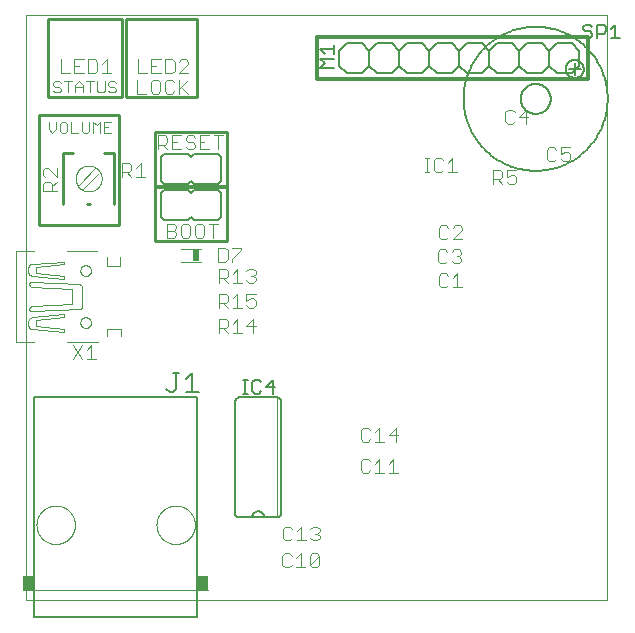
<source format=gto>
G75*
%MOIN*%
%OFA0B0*%
%FSLAX25Y25*%
%IPPOS*%
%LPD*%
%AMOC8*
5,1,8,0,0,1.08239X$1,22.5*
%
%ADD10C,0.00000*%
%ADD11C,0.01200*%
%ADD12C,0.00300*%
%ADD13C,0.00400*%
%ADD14C,0.01000*%
%ADD15R,0.02362X0.04331*%
%ADD16C,0.00600*%
%ADD17C,0.00200*%
%ADD18C,0.00500*%
%ADD19C,0.00800*%
%ADD20C,0.00039*%
%ADD21R,0.03642X0.04500*%
D10*
X0031644Y0065933D02*
X0031644Y0260894D01*
X0225345Y0260894D01*
X0225345Y0065933D01*
X0031644Y0065933D01*
X0035244Y0090933D02*
X0035246Y0091093D01*
X0035252Y0091252D01*
X0035262Y0091411D01*
X0035276Y0091570D01*
X0035294Y0091729D01*
X0035315Y0091887D01*
X0035341Y0092044D01*
X0035371Y0092201D01*
X0035404Y0092357D01*
X0035442Y0092512D01*
X0035483Y0092666D01*
X0035528Y0092819D01*
X0035577Y0092971D01*
X0035630Y0093122D01*
X0035686Y0093271D01*
X0035747Y0093419D01*
X0035810Y0093565D01*
X0035878Y0093710D01*
X0035949Y0093853D01*
X0036023Y0093994D01*
X0036101Y0094133D01*
X0036183Y0094270D01*
X0036268Y0094405D01*
X0036356Y0094538D01*
X0036448Y0094669D01*
X0036542Y0094797D01*
X0036640Y0094923D01*
X0036741Y0095047D01*
X0036845Y0095168D01*
X0036952Y0095286D01*
X0037062Y0095402D01*
X0037175Y0095515D01*
X0037291Y0095625D01*
X0037409Y0095732D01*
X0037530Y0095836D01*
X0037654Y0095937D01*
X0037780Y0096035D01*
X0037908Y0096129D01*
X0038039Y0096221D01*
X0038172Y0096309D01*
X0038307Y0096394D01*
X0038444Y0096476D01*
X0038583Y0096554D01*
X0038724Y0096628D01*
X0038867Y0096699D01*
X0039012Y0096767D01*
X0039158Y0096830D01*
X0039306Y0096891D01*
X0039455Y0096947D01*
X0039606Y0097000D01*
X0039758Y0097049D01*
X0039911Y0097094D01*
X0040065Y0097135D01*
X0040220Y0097173D01*
X0040376Y0097206D01*
X0040533Y0097236D01*
X0040690Y0097262D01*
X0040848Y0097283D01*
X0041007Y0097301D01*
X0041166Y0097315D01*
X0041325Y0097325D01*
X0041484Y0097331D01*
X0041644Y0097333D01*
X0041804Y0097331D01*
X0041963Y0097325D01*
X0042122Y0097315D01*
X0042281Y0097301D01*
X0042440Y0097283D01*
X0042598Y0097262D01*
X0042755Y0097236D01*
X0042912Y0097206D01*
X0043068Y0097173D01*
X0043223Y0097135D01*
X0043377Y0097094D01*
X0043530Y0097049D01*
X0043682Y0097000D01*
X0043833Y0096947D01*
X0043982Y0096891D01*
X0044130Y0096830D01*
X0044276Y0096767D01*
X0044421Y0096699D01*
X0044564Y0096628D01*
X0044705Y0096554D01*
X0044844Y0096476D01*
X0044981Y0096394D01*
X0045116Y0096309D01*
X0045249Y0096221D01*
X0045380Y0096129D01*
X0045508Y0096035D01*
X0045634Y0095937D01*
X0045758Y0095836D01*
X0045879Y0095732D01*
X0045997Y0095625D01*
X0046113Y0095515D01*
X0046226Y0095402D01*
X0046336Y0095286D01*
X0046443Y0095168D01*
X0046547Y0095047D01*
X0046648Y0094923D01*
X0046746Y0094797D01*
X0046840Y0094669D01*
X0046932Y0094538D01*
X0047020Y0094405D01*
X0047105Y0094270D01*
X0047187Y0094133D01*
X0047265Y0093994D01*
X0047339Y0093853D01*
X0047410Y0093710D01*
X0047478Y0093565D01*
X0047541Y0093419D01*
X0047602Y0093271D01*
X0047658Y0093122D01*
X0047711Y0092971D01*
X0047760Y0092819D01*
X0047805Y0092666D01*
X0047846Y0092512D01*
X0047884Y0092357D01*
X0047917Y0092201D01*
X0047947Y0092044D01*
X0047973Y0091887D01*
X0047994Y0091729D01*
X0048012Y0091570D01*
X0048026Y0091411D01*
X0048036Y0091252D01*
X0048042Y0091093D01*
X0048044Y0090933D01*
X0048042Y0090773D01*
X0048036Y0090614D01*
X0048026Y0090455D01*
X0048012Y0090296D01*
X0047994Y0090137D01*
X0047973Y0089979D01*
X0047947Y0089822D01*
X0047917Y0089665D01*
X0047884Y0089509D01*
X0047846Y0089354D01*
X0047805Y0089200D01*
X0047760Y0089047D01*
X0047711Y0088895D01*
X0047658Y0088744D01*
X0047602Y0088595D01*
X0047541Y0088447D01*
X0047478Y0088301D01*
X0047410Y0088156D01*
X0047339Y0088013D01*
X0047265Y0087872D01*
X0047187Y0087733D01*
X0047105Y0087596D01*
X0047020Y0087461D01*
X0046932Y0087328D01*
X0046840Y0087197D01*
X0046746Y0087069D01*
X0046648Y0086943D01*
X0046547Y0086819D01*
X0046443Y0086698D01*
X0046336Y0086580D01*
X0046226Y0086464D01*
X0046113Y0086351D01*
X0045997Y0086241D01*
X0045879Y0086134D01*
X0045758Y0086030D01*
X0045634Y0085929D01*
X0045508Y0085831D01*
X0045380Y0085737D01*
X0045249Y0085645D01*
X0045116Y0085557D01*
X0044981Y0085472D01*
X0044844Y0085390D01*
X0044705Y0085312D01*
X0044564Y0085238D01*
X0044421Y0085167D01*
X0044276Y0085099D01*
X0044130Y0085036D01*
X0043982Y0084975D01*
X0043833Y0084919D01*
X0043682Y0084866D01*
X0043530Y0084817D01*
X0043377Y0084772D01*
X0043223Y0084731D01*
X0043068Y0084693D01*
X0042912Y0084660D01*
X0042755Y0084630D01*
X0042598Y0084604D01*
X0042440Y0084583D01*
X0042281Y0084565D01*
X0042122Y0084551D01*
X0041963Y0084541D01*
X0041804Y0084535D01*
X0041644Y0084533D01*
X0041484Y0084535D01*
X0041325Y0084541D01*
X0041166Y0084551D01*
X0041007Y0084565D01*
X0040848Y0084583D01*
X0040690Y0084604D01*
X0040533Y0084630D01*
X0040376Y0084660D01*
X0040220Y0084693D01*
X0040065Y0084731D01*
X0039911Y0084772D01*
X0039758Y0084817D01*
X0039606Y0084866D01*
X0039455Y0084919D01*
X0039306Y0084975D01*
X0039158Y0085036D01*
X0039012Y0085099D01*
X0038867Y0085167D01*
X0038724Y0085238D01*
X0038583Y0085312D01*
X0038444Y0085390D01*
X0038307Y0085472D01*
X0038172Y0085557D01*
X0038039Y0085645D01*
X0037908Y0085737D01*
X0037780Y0085831D01*
X0037654Y0085929D01*
X0037530Y0086030D01*
X0037409Y0086134D01*
X0037291Y0086241D01*
X0037175Y0086351D01*
X0037062Y0086464D01*
X0036952Y0086580D01*
X0036845Y0086698D01*
X0036741Y0086819D01*
X0036640Y0086943D01*
X0036542Y0087069D01*
X0036448Y0087197D01*
X0036356Y0087328D01*
X0036268Y0087461D01*
X0036183Y0087596D01*
X0036101Y0087733D01*
X0036023Y0087872D01*
X0035949Y0088013D01*
X0035878Y0088156D01*
X0035810Y0088301D01*
X0035747Y0088447D01*
X0035686Y0088595D01*
X0035630Y0088744D01*
X0035577Y0088895D01*
X0035528Y0089047D01*
X0035483Y0089200D01*
X0035442Y0089354D01*
X0035404Y0089509D01*
X0035371Y0089665D01*
X0035341Y0089822D01*
X0035315Y0089979D01*
X0035294Y0090137D01*
X0035276Y0090296D01*
X0035262Y0090455D01*
X0035252Y0090614D01*
X0035246Y0090773D01*
X0035244Y0090933D01*
X0075244Y0090933D02*
X0075246Y0091093D01*
X0075252Y0091252D01*
X0075262Y0091411D01*
X0075276Y0091570D01*
X0075294Y0091729D01*
X0075315Y0091887D01*
X0075341Y0092044D01*
X0075371Y0092201D01*
X0075404Y0092357D01*
X0075442Y0092512D01*
X0075483Y0092666D01*
X0075528Y0092819D01*
X0075577Y0092971D01*
X0075630Y0093122D01*
X0075686Y0093271D01*
X0075747Y0093419D01*
X0075810Y0093565D01*
X0075878Y0093710D01*
X0075949Y0093853D01*
X0076023Y0093994D01*
X0076101Y0094133D01*
X0076183Y0094270D01*
X0076268Y0094405D01*
X0076356Y0094538D01*
X0076448Y0094669D01*
X0076542Y0094797D01*
X0076640Y0094923D01*
X0076741Y0095047D01*
X0076845Y0095168D01*
X0076952Y0095286D01*
X0077062Y0095402D01*
X0077175Y0095515D01*
X0077291Y0095625D01*
X0077409Y0095732D01*
X0077530Y0095836D01*
X0077654Y0095937D01*
X0077780Y0096035D01*
X0077908Y0096129D01*
X0078039Y0096221D01*
X0078172Y0096309D01*
X0078307Y0096394D01*
X0078444Y0096476D01*
X0078583Y0096554D01*
X0078724Y0096628D01*
X0078867Y0096699D01*
X0079012Y0096767D01*
X0079158Y0096830D01*
X0079306Y0096891D01*
X0079455Y0096947D01*
X0079606Y0097000D01*
X0079758Y0097049D01*
X0079911Y0097094D01*
X0080065Y0097135D01*
X0080220Y0097173D01*
X0080376Y0097206D01*
X0080533Y0097236D01*
X0080690Y0097262D01*
X0080848Y0097283D01*
X0081007Y0097301D01*
X0081166Y0097315D01*
X0081325Y0097325D01*
X0081484Y0097331D01*
X0081644Y0097333D01*
X0081804Y0097331D01*
X0081963Y0097325D01*
X0082122Y0097315D01*
X0082281Y0097301D01*
X0082440Y0097283D01*
X0082598Y0097262D01*
X0082755Y0097236D01*
X0082912Y0097206D01*
X0083068Y0097173D01*
X0083223Y0097135D01*
X0083377Y0097094D01*
X0083530Y0097049D01*
X0083682Y0097000D01*
X0083833Y0096947D01*
X0083982Y0096891D01*
X0084130Y0096830D01*
X0084276Y0096767D01*
X0084421Y0096699D01*
X0084564Y0096628D01*
X0084705Y0096554D01*
X0084844Y0096476D01*
X0084981Y0096394D01*
X0085116Y0096309D01*
X0085249Y0096221D01*
X0085380Y0096129D01*
X0085508Y0096035D01*
X0085634Y0095937D01*
X0085758Y0095836D01*
X0085879Y0095732D01*
X0085997Y0095625D01*
X0086113Y0095515D01*
X0086226Y0095402D01*
X0086336Y0095286D01*
X0086443Y0095168D01*
X0086547Y0095047D01*
X0086648Y0094923D01*
X0086746Y0094797D01*
X0086840Y0094669D01*
X0086932Y0094538D01*
X0087020Y0094405D01*
X0087105Y0094270D01*
X0087187Y0094133D01*
X0087265Y0093994D01*
X0087339Y0093853D01*
X0087410Y0093710D01*
X0087478Y0093565D01*
X0087541Y0093419D01*
X0087602Y0093271D01*
X0087658Y0093122D01*
X0087711Y0092971D01*
X0087760Y0092819D01*
X0087805Y0092666D01*
X0087846Y0092512D01*
X0087884Y0092357D01*
X0087917Y0092201D01*
X0087947Y0092044D01*
X0087973Y0091887D01*
X0087994Y0091729D01*
X0088012Y0091570D01*
X0088026Y0091411D01*
X0088036Y0091252D01*
X0088042Y0091093D01*
X0088044Y0090933D01*
X0088042Y0090773D01*
X0088036Y0090614D01*
X0088026Y0090455D01*
X0088012Y0090296D01*
X0087994Y0090137D01*
X0087973Y0089979D01*
X0087947Y0089822D01*
X0087917Y0089665D01*
X0087884Y0089509D01*
X0087846Y0089354D01*
X0087805Y0089200D01*
X0087760Y0089047D01*
X0087711Y0088895D01*
X0087658Y0088744D01*
X0087602Y0088595D01*
X0087541Y0088447D01*
X0087478Y0088301D01*
X0087410Y0088156D01*
X0087339Y0088013D01*
X0087265Y0087872D01*
X0087187Y0087733D01*
X0087105Y0087596D01*
X0087020Y0087461D01*
X0086932Y0087328D01*
X0086840Y0087197D01*
X0086746Y0087069D01*
X0086648Y0086943D01*
X0086547Y0086819D01*
X0086443Y0086698D01*
X0086336Y0086580D01*
X0086226Y0086464D01*
X0086113Y0086351D01*
X0085997Y0086241D01*
X0085879Y0086134D01*
X0085758Y0086030D01*
X0085634Y0085929D01*
X0085508Y0085831D01*
X0085380Y0085737D01*
X0085249Y0085645D01*
X0085116Y0085557D01*
X0084981Y0085472D01*
X0084844Y0085390D01*
X0084705Y0085312D01*
X0084564Y0085238D01*
X0084421Y0085167D01*
X0084276Y0085099D01*
X0084130Y0085036D01*
X0083982Y0084975D01*
X0083833Y0084919D01*
X0083682Y0084866D01*
X0083530Y0084817D01*
X0083377Y0084772D01*
X0083223Y0084731D01*
X0083068Y0084693D01*
X0082912Y0084660D01*
X0082755Y0084630D01*
X0082598Y0084604D01*
X0082440Y0084583D01*
X0082281Y0084565D01*
X0082122Y0084551D01*
X0081963Y0084541D01*
X0081804Y0084535D01*
X0081644Y0084533D01*
X0081484Y0084535D01*
X0081325Y0084541D01*
X0081166Y0084551D01*
X0081007Y0084565D01*
X0080848Y0084583D01*
X0080690Y0084604D01*
X0080533Y0084630D01*
X0080376Y0084660D01*
X0080220Y0084693D01*
X0080065Y0084731D01*
X0079911Y0084772D01*
X0079758Y0084817D01*
X0079606Y0084866D01*
X0079455Y0084919D01*
X0079306Y0084975D01*
X0079158Y0085036D01*
X0079012Y0085099D01*
X0078867Y0085167D01*
X0078724Y0085238D01*
X0078583Y0085312D01*
X0078444Y0085390D01*
X0078307Y0085472D01*
X0078172Y0085557D01*
X0078039Y0085645D01*
X0077908Y0085737D01*
X0077780Y0085831D01*
X0077654Y0085929D01*
X0077530Y0086030D01*
X0077409Y0086134D01*
X0077291Y0086241D01*
X0077175Y0086351D01*
X0077062Y0086464D01*
X0076952Y0086580D01*
X0076845Y0086698D01*
X0076741Y0086819D01*
X0076640Y0086943D01*
X0076542Y0087069D01*
X0076448Y0087197D01*
X0076356Y0087328D01*
X0076268Y0087461D01*
X0076183Y0087596D01*
X0076101Y0087733D01*
X0076023Y0087872D01*
X0075949Y0088013D01*
X0075878Y0088156D01*
X0075810Y0088301D01*
X0075747Y0088447D01*
X0075686Y0088595D01*
X0075630Y0088744D01*
X0075577Y0088895D01*
X0075528Y0089047D01*
X0075483Y0089200D01*
X0075442Y0089354D01*
X0075404Y0089509D01*
X0075371Y0089665D01*
X0075341Y0089822D01*
X0075315Y0089979D01*
X0075294Y0090137D01*
X0075276Y0090296D01*
X0075262Y0090455D01*
X0075252Y0090614D01*
X0075246Y0090773D01*
X0075244Y0090933D01*
X0049872Y0158335D02*
X0049874Y0158419D01*
X0049880Y0158502D01*
X0049890Y0158585D01*
X0049904Y0158668D01*
X0049921Y0158750D01*
X0049943Y0158831D01*
X0049968Y0158910D01*
X0049997Y0158989D01*
X0050030Y0159066D01*
X0050066Y0159141D01*
X0050106Y0159215D01*
X0050149Y0159287D01*
X0050196Y0159356D01*
X0050246Y0159423D01*
X0050299Y0159488D01*
X0050355Y0159550D01*
X0050413Y0159610D01*
X0050475Y0159667D01*
X0050539Y0159720D01*
X0050606Y0159771D01*
X0050675Y0159818D01*
X0050746Y0159863D01*
X0050819Y0159903D01*
X0050894Y0159940D01*
X0050971Y0159974D01*
X0051049Y0160004D01*
X0051128Y0160030D01*
X0051209Y0160053D01*
X0051291Y0160071D01*
X0051373Y0160086D01*
X0051456Y0160097D01*
X0051539Y0160104D01*
X0051623Y0160107D01*
X0051707Y0160106D01*
X0051790Y0160101D01*
X0051874Y0160092D01*
X0051956Y0160079D01*
X0052038Y0160063D01*
X0052119Y0160042D01*
X0052200Y0160018D01*
X0052278Y0159990D01*
X0052356Y0159958D01*
X0052432Y0159922D01*
X0052506Y0159883D01*
X0052578Y0159841D01*
X0052648Y0159795D01*
X0052716Y0159746D01*
X0052781Y0159694D01*
X0052844Y0159639D01*
X0052904Y0159581D01*
X0052962Y0159520D01*
X0053016Y0159456D01*
X0053068Y0159390D01*
X0053116Y0159322D01*
X0053161Y0159251D01*
X0053202Y0159178D01*
X0053241Y0159104D01*
X0053275Y0159028D01*
X0053306Y0158950D01*
X0053333Y0158871D01*
X0053357Y0158790D01*
X0053376Y0158709D01*
X0053392Y0158627D01*
X0053404Y0158544D01*
X0053412Y0158460D01*
X0053416Y0158377D01*
X0053416Y0158293D01*
X0053412Y0158210D01*
X0053404Y0158126D01*
X0053392Y0158043D01*
X0053376Y0157961D01*
X0053357Y0157880D01*
X0053333Y0157799D01*
X0053306Y0157720D01*
X0053275Y0157642D01*
X0053241Y0157566D01*
X0053202Y0157492D01*
X0053161Y0157419D01*
X0053116Y0157348D01*
X0053068Y0157280D01*
X0053016Y0157214D01*
X0052962Y0157150D01*
X0052904Y0157089D01*
X0052844Y0157031D01*
X0052781Y0156976D01*
X0052716Y0156924D01*
X0052648Y0156875D01*
X0052578Y0156829D01*
X0052506Y0156787D01*
X0052432Y0156748D01*
X0052356Y0156712D01*
X0052278Y0156680D01*
X0052200Y0156652D01*
X0052119Y0156628D01*
X0052038Y0156607D01*
X0051956Y0156591D01*
X0051874Y0156578D01*
X0051790Y0156569D01*
X0051707Y0156564D01*
X0051623Y0156563D01*
X0051539Y0156566D01*
X0051456Y0156573D01*
X0051373Y0156584D01*
X0051291Y0156599D01*
X0051209Y0156617D01*
X0051128Y0156640D01*
X0051049Y0156666D01*
X0050971Y0156696D01*
X0050894Y0156730D01*
X0050819Y0156767D01*
X0050746Y0156807D01*
X0050675Y0156852D01*
X0050606Y0156899D01*
X0050539Y0156950D01*
X0050475Y0157003D01*
X0050413Y0157060D01*
X0050355Y0157120D01*
X0050299Y0157182D01*
X0050246Y0157247D01*
X0050196Y0157314D01*
X0050149Y0157383D01*
X0050106Y0157455D01*
X0050066Y0157529D01*
X0050030Y0157604D01*
X0049997Y0157681D01*
X0049968Y0157760D01*
X0049943Y0157839D01*
X0049921Y0157920D01*
X0049904Y0158002D01*
X0049890Y0158085D01*
X0049880Y0158168D01*
X0049874Y0158251D01*
X0049872Y0158335D01*
X0049872Y0175657D02*
X0049874Y0175741D01*
X0049880Y0175824D01*
X0049890Y0175907D01*
X0049904Y0175990D01*
X0049921Y0176072D01*
X0049943Y0176153D01*
X0049968Y0176232D01*
X0049997Y0176311D01*
X0050030Y0176388D01*
X0050066Y0176463D01*
X0050106Y0176537D01*
X0050149Y0176609D01*
X0050196Y0176678D01*
X0050246Y0176745D01*
X0050299Y0176810D01*
X0050355Y0176872D01*
X0050413Y0176932D01*
X0050475Y0176989D01*
X0050539Y0177042D01*
X0050606Y0177093D01*
X0050675Y0177140D01*
X0050746Y0177185D01*
X0050819Y0177225D01*
X0050894Y0177262D01*
X0050971Y0177296D01*
X0051049Y0177326D01*
X0051128Y0177352D01*
X0051209Y0177375D01*
X0051291Y0177393D01*
X0051373Y0177408D01*
X0051456Y0177419D01*
X0051539Y0177426D01*
X0051623Y0177429D01*
X0051707Y0177428D01*
X0051790Y0177423D01*
X0051874Y0177414D01*
X0051956Y0177401D01*
X0052038Y0177385D01*
X0052119Y0177364D01*
X0052200Y0177340D01*
X0052278Y0177312D01*
X0052356Y0177280D01*
X0052432Y0177244D01*
X0052506Y0177205D01*
X0052578Y0177163D01*
X0052648Y0177117D01*
X0052716Y0177068D01*
X0052781Y0177016D01*
X0052844Y0176961D01*
X0052904Y0176903D01*
X0052962Y0176842D01*
X0053016Y0176778D01*
X0053068Y0176712D01*
X0053116Y0176644D01*
X0053161Y0176573D01*
X0053202Y0176500D01*
X0053241Y0176426D01*
X0053275Y0176350D01*
X0053306Y0176272D01*
X0053333Y0176193D01*
X0053357Y0176112D01*
X0053376Y0176031D01*
X0053392Y0175949D01*
X0053404Y0175866D01*
X0053412Y0175782D01*
X0053416Y0175699D01*
X0053416Y0175615D01*
X0053412Y0175532D01*
X0053404Y0175448D01*
X0053392Y0175365D01*
X0053376Y0175283D01*
X0053357Y0175202D01*
X0053333Y0175121D01*
X0053306Y0175042D01*
X0053275Y0174964D01*
X0053241Y0174888D01*
X0053202Y0174814D01*
X0053161Y0174741D01*
X0053116Y0174670D01*
X0053068Y0174602D01*
X0053016Y0174536D01*
X0052962Y0174472D01*
X0052904Y0174411D01*
X0052844Y0174353D01*
X0052781Y0174298D01*
X0052716Y0174246D01*
X0052648Y0174197D01*
X0052578Y0174151D01*
X0052506Y0174109D01*
X0052432Y0174070D01*
X0052356Y0174034D01*
X0052278Y0174002D01*
X0052200Y0173974D01*
X0052119Y0173950D01*
X0052038Y0173929D01*
X0051956Y0173913D01*
X0051874Y0173900D01*
X0051790Y0173891D01*
X0051707Y0173886D01*
X0051623Y0173885D01*
X0051539Y0173888D01*
X0051456Y0173895D01*
X0051373Y0173906D01*
X0051291Y0173921D01*
X0051209Y0173939D01*
X0051128Y0173962D01*
X0051049Y0173988D01*
X0050971Y0174018D01*
X0050894Y0174052D01*
X0050819Y0174089D01*
X0050746Y0174129D01*
X0050675Y0174174D01*
X0050606Y0174221D01*
X0050539Y0174272D01*
X0050475Y0174325D01*
X0050413Y0174382D01*
X0050355Y0174442D01*
X0050299Y0174504D01*
X0050246Y0174569D01*
X0050196Y0174636D01*
X0050149Y0174705D01*
X0050106Y0174777D01*
X0050066Y0174851D01*
X0050030Y0174926D01*
X0049997Y0175003D01*
X0049968Y0175082D01*
X0049943Y0175161D01*
X0049921Y0175242D01*
X0049904Y0175324D01*
X0049890Y0175407D01*
X0049880Y0175490D01*
X0049874Y0175573D01*
X0049872Y0175657D01*
D11*
X0128644Y0239433D02*
X0128644Y0253433D01*
X0219144Y0253433D01*
X0219144Y0239433D01*
X0128644Y0239433D01*
D12*
X0061678Y0238169D02*
X0061061Y0238786D01*
X0059827Y0238786D01*
X0059210Y0238169D01*
X0059210Y0237552D01*
X0059827Y0236935D01*
X0061061Y0236935D01*
X0061678Y0236317D01*
X0061678Y0235700D01*
X0061061Y0235083D01*
X0059827Y0235083D01*
X0059210Y0235700D01*
X0057995Y0235700D02*
X0057995Y0238786D01*
X0055526Y0238786D02*
X0055526Y0235700D01*
X0056144Y0235083D01*
X0057378Y0235083D01*
X0057995Y0235700D01*
X0054312Y0238786D02*
X0051843Y0238786D01*
X0053078Y0238786D02*
X0053078Y0235083D01*
X0050629Y0235083D02*
X0050629Y0237552D01*
X0049394Y0238786D01*
X0048160Y0237552D01*
X0048160Y0235083D01*
X0048160Y0236935D02*
X0050629Y0236935D01*
X0046946Y0238786D02*
X0044477Y0238786D01*
X0045711Y0238786D02*
X0045711Y0235083D01*
X0043263Y0235700D02*
X0042645Y0235083D01*
X0041411Y0235083D01*
X0040794Y0235700D01*
X0041411Y0236935D02*
X0042645Y0236935D01*
X0043263Y0236317D01*
X0043263Y0235700D01*
X0041411Y0236935D02*
X0040794Y0237552D01*
X0040794Y0238169D01*
X0041411Y0238786D01*
X0042645Y0238786D01*
X0043263Y0238169D01*
X0043594Y0225286D02*
X0042977Y0224669D01*
X0042977Y0222200D01*
X0043594Y0221583D01*
X0044829Y0221583D01*
X0045446Y0222200D01*
X0045446Y0224669D01*
X0044829Y0225286D01*
X0043594Y0225286D01*
X0041763Y0225286D02*
X0041763Y0222817D01*
X0040528Y0221583D01*
X0039294Y0222817D01*
X0039294Y0225286D01*
X0046660Y0225286D02*
X0046660Y0221583D01*
X0049129Y0221583D01*
X0050343Y0222200D02*
X0050343Y0225286D01*
X0052812Y0225286D02*
X0052812Y0222200D01*
X0052195Y0221583D01*
X0050960Y0221583D01*
X0050343Y0222200D01*
X0054026Y0221583D02*
X0054026Y0225286D01*
X0055261Y0224052D01*
X0056495Y0225286D01*
X0056495Y0221583D01*
X0057710Y0221583D02*
X0060178Y0221583D01*
X0058944Y0223435D02*
X0057710Y0223435D01*
X0057710Y0225286D02*
X0057710Y0221583D01*
X0057710Y0225286D02*
X0060178Y0225286D01*
D13*
X0068844Y0234633D02*
X0071913Y0234633D01*
X0073448Y0235400D02*
X0074215Y0234633D01*
X0075750Y0234633D01*
X0076517Y0235400D01*
X0076517Y0238470D01*
X0075750Y0239237D01*
X0074215Y0239237D01*
X0073448Y0238470D01*
X0073448Y0235400D01*
X0078052Y0235400D02*
X0078819Y0234633D01*
X0080354Y0234633D01*
X0081121Y0235400D01*
X0082656Y0234633D02*
X0082656Y0239237D01*
X0081121Y0238470D02*
X0080354Y0239237D01*
X0078819Y0239237D01*
X0078052Y0238470D01*
X0078052Y0235400D01*
X0082656Y0236168D02*
X0085725Y0239237D01*
X0085851Y0241444D02*
X0082782Y0241444D01*
X0085851Y0244513D01*
X0085851Y0245281D01*
X0085084Y0246048D01*
X0083549Y0246048D01*
X0082782Y0245281D01*
X0081247Y0245281D02*
X0080480Y0246048D01*
X0078178Y0246048D01*
X0078178Y0241444D01*
X0080480Y0241444D01*
X0081247Y0242211D01*
X0081247Y0245281D01*
X0076643Y0246048D02*
X0073574Y0246048D01*
X0073574Y0241444D01*
X0076643Y0241444D01*
X0075108Y0243746D02*
X0073574Y0243746D01*
X0072039Y0241444D02*
X0068970Y0241444D01*
X0068970Y0246048D01*
X0068844Y0239237D02*
X0068844Y0234633D01*
X0060183Y0241444D02*
X0057114Y0241444D01*
X0058648Y0241444D02*
X0058648Y0246048D01*
X0057114Y0244513D01*
X0055579Y0245281D02*
X0054812Y0246048D01*
X0052510Y0246048D01*
X0052510Y0241444D01*
X0054812Y0241444D01*
X0055579Y0242211D01*
X0055579Y0245281D01*
X0050975Y0246048D02*
X0047906Y0246048D01*
X0047906Y0241444D01*
X0050975Y0241444D01*
X0049441Y0243746D02*
X0047906Y0243746D01*
X0046371Y0241444D02*
X0043302Y0241444D01*
X0043302Y0246048D01*
X0063789Y0211481D02*
X0066091Y0211481D01*
X0066858Y0210714D01*
X0066858Y0209179D01*
X0066091Y0208412D01*
X0063789Y0208412D01*
X0065323Y0208412D02*
X0066858Y0206877D01*
X0068393Y0206877D02*
X0071462Y0206877D01*
X0069927Y0206877D02*
X0069927Y0211481D01*
X0068393Y0209946D01*
X0063789Y0211481D02*
X0063789Y0206877D01*
X0056171Y0208335D02*
X0050660Y0202823D01*
X0049282Y0204201D02*
X0054793Y0209713D01*
X0048297Y0206366D02*
X0048299Y0206497D01*
X0048305Y0206629D01*
X0048315Y0206760D01*
X0048329Y0206891D01*
X0048347Y0207021D01*
X0048369Y0207150D01*
X0048394Y0207279D01*
X0048424Y0207407D01*
X0048458Y0207534D01*
X0048495Y0207661D01*
X0048536Y0207785D01*
X0048581Y0207909D01*
X0048630Y0208031D01*
X0048682Y0208152D01*
X0048738Y0208270D01*
X0048798Y0208388D01*
X0048861Y0208503D01*
X0048928Y0208616D01*
X0048998Y0208728D01*
X0049071Y0208837D01*
X0049147Y0208943D01*
X0049227Y0209048D01*
X0049310Y0209150D01*
X0049396Y0209249D01*
X0049485Y0209346D01*
X0049577Y0209440D01*
X0049672Y0209531D01*
X0049769Y0209620D01*
X0049869Y0209705D01*
X0049972Y0209787D01*
X0050077Y0209866D01*
X0050184Y0209942D01*
X0050294Y0210014D01*
X0050406Y0210083D01*
X0050520Y0210149D01*
X0050635Y0210211D01*
X0050753Y0210270D01*
X0050872Y0210325D01*
X0050993Y0210377D01*
X0051116Y0210424D01*
X0051240Y0210468D01*
X0051365Y0210509D01*
X0051491Y0210545D01*
X0051619Y0210578D01*
X0051747Y0210606D01*
X0051876Y0210631D01*
X0052006Y0210652D01*
X0052136Y0210669D01*
X0052267Y0210682D01*
X0052398Y0210691D01*
X0052529Y0210696D01*
X0052661Y0210697D01*
X0052792Y0210694D01*
X0052924Y0210687D01*
X0053055Y0210676D01*
X0053185Y0210661D01*
X0053315Y0210642D01*
X0053445Y0210619D01*
X0053573Y0210593D01*
X0053701Y0210562D01*
X0053828Y0210527D01*
X0053954Y0210489D01*
X0054078Y0210447D01*
X0054202Y0210401D01*
X0054323Y0210351D01*
X0054443Y0210298D01*
X0054562Y0210241D01*
X0054679Y0210181D01*
X0054793Y0210117D01*
X0054906Y0210049D01*
X0055017Y0209978D01*
X0055126Y0209904D01*
X0055232Y0209827D01*
X0055336Y0209746D01*
X0055437Y0209663D01*
X0055536Y0209576D01*
X0055632Y0209486D01*
X0055725Y0209393D01*
X0055816Y0209298D01*
X0055903Y0209200D01*
X0055988Y0209099D01*
X0056069Y0208996D01*
X0056147Y0208890D01*
X0056222Y0208782D01*
X0056294Y0208672D01*
X0056362Y0208560D01*
X0056427Y0208446D01*
X0056488Y0208329D01*
X0056546Y0208211D01*
X0056600Y0208091D01*
X0056651Y0207970D01*
X0056698Y0207847D01*
X0056741Y0207723D01*
X0056780Y0207598D01*
X0056816Y0207471D01*
X0056847Y0207343D01*
X0056875Y0207215D01*
X0056899Y0207086D01*
X0056919Y0206956D01*
X0056935Y0206825D01*
X0056947Y0206694D01*
X0056955Y0206563D01*
X0056959Y0206432D01*
X0056959Y0206300D01*
X0056955Y0206169D01*
X0056947Y0206038D01*
X0056935Y0205907D01*
X0056919Y0205776D01*
X0056899Y0205646D01*
X0056875Y0205517D01*
X0056847Y0205389D01*
X0056816Y0205261D01*
X0056780Y0205134D01*
X0056741Y0205009D01*
X0056698Y0204885D01*
X0056651Y0204762D01*
X0056600Y0204641D01*
X0056546Y0204521D01*
X0056488Y0204403D01*
X0056427Y0204286D01*
X0056362Y0204172D01*
X0056294Y0204060D01*
X0056222Y0203950D01*
X0056147Y0203842D01*
X0056069Y0203736D01*
X0055988Y0203633D01*
X0055903Y0203532D01*
X0055816Y0203434D01*
X0055725Y0203339D01*
X0055632Y0203246D01*
X0055536Y0203156D01*
X0055437Y0203069D01*
X0055336Y0202986D01*
X0055232Y0202905D01*
X0055126Y0202828D01*
X0055017Y0202754D01*
X0054906Y0202683D01*
X0054794Y0202615D01*
X0054679Y0202551D01*
X0054562Y0202491D01*
X0054443Y0202434D01*
X0054323Y0202381D01*
X0054202Y0202331D01*
X0054078Y0202285D01*
X0053954Y0202243D01*
X0053828Y0202205D01*
X0053701Y0202170D01*
X0053573Y0202139D01*
X0053445Y0202113D01*
X0053315Y0202090D01*
X0053185Y0202071D01*
X0053055Y0202056D01*
X0052924Y0202045D01*
X0052792Y0202038D01*
X0052661Y0202035D01*
X0052529Y0202036D01*
X0052398Y0202041D01*
X0052267Y0202050D01*
X0052136Y0202063D01*
X0052006Y0202080D01*
X0051876Y0202101D01*
X0051747Y0202126D01*
X0051619Y0202154D01*
X0051491Y0202187D01*
X0051365Y0202223D01*
X0051240Y0202264D01*
X0051116Y0202308D01*
X0050993Y0202355D01*
X0050872Y0202407D01*
X0050753Y0202462D01*
X0050635Y0202521D01*
X0050520Y0202583D01*
X0050406Y0202649D01*
X0050294Y0202718D01*
X0050184Y0202790D01*
X0050077Y0202866D01*
X0049972Y0202945D01*
X0049869Y0203027D01*
X0049769Y0203112D01*
X0049672Y0203201D01*
X0049577Y0203292D01*
X0049485Y0203386D01*
X0049396Y0203483D01*
X0049310Y0203582D01*
X0049227Y0203684D01*
X0049147Y0203789D01*
X0049071Y0203895D01*
X0048998Y0204004D01*
X0048928Y0204116D01*
X0048861Y0204229D01*
X0048798Y0204344D01*
X0048738Y0204462D01*
X0048682Y0204580D01*
X0048630Y0204701D01*
X0048581Y0204823D01*
X0048536Y0204947D01*
X0048495Y0205071D01*
X0048458Y0205198D01*
X0048424Y0205325D01*
X0048394Y0205453D01*
X0048369Y0205582D01*
X0048347Y0205711D01*
X0048329Y0205841D01*
X0048315Y0205972D01*
X0048305Y0206103D01*
X0048299Y0206235D01*
X0048297Y0206366D01*
X0042034Y0206898D02*
X0038965Y0209968D01*
X0038198Y0209968D01*
X0037430Y0209200D01*
X0037430Y0207666D01*
X0038198Y0206898D01*
X0038198Y0205364D02*
X0039732Y0205364D01*
X0040500Y0204596D01*
X0040500Y0202294D01*
X0042034Y0202294D02*
X0037430Y0202294D01*
X0037430Y0204596D01*
X0038198Y0205364D01*
X0040500Y0203829D02*
X0042034Y0205364D01*
X0042034Y0206898D02*
X0042034Y0209968D01*
X0045532Y0182143D02*
X0055514Y0182143D01*
X0058769Y0180084D02*
X0058769Y0177227D01*
X0063220Y0177227D01*
X0063220Y0180084D01*
X0050417Y0170267D02*
X0050417Y0163727D01*
X0050412Y0163670D01*
X0050403Y0163613D01*
X0050390Y0163557D01*
X0050374Y0163501D01*
X0050354Y0163447D01*
X0050331Y0163395D01*
X0050304Y0163344D01*
X0050274Y0163295D01*
X0050240Y0163248D01*
X0050204Y0163204D01*
X0050165Y0163162D01*
X0050123Y0163122D01*
X0050078Y0163086D01*
X0050031Y0163053D01*
X0049982Y0163022D01*
X0049931Y0162996D01*
X0049879Y0162972D01*
X0049825Y0162952D01*
X0049770Y0162936D01*
X0049714Y0162923D01*
X0049657Y0162914D01*
X0049600Y0162909D01*
X0033658Y0162092D01*
X0033602Y0162094D01*
X0033547Y0162100D01*
X0033492Y0162109D01*
X0033438Y0162122D01*
X0033384Y0162139D01*
X0033333Y0162160D01*
X0033282Y0162184D01*
X0033233Y0162211D01*
X0033187Y0162242D01*
X0033142Y0162275D01*
X0033100Y0162312D01*
X0033061Y0162351D01*
X0033024Y0162393D01*
X0032991Y0162438D01*
X0032960Y0162484D01*
X0032933Y0162533D01*
X0032909Y0162584D01*
X0032888Y0162635D01*
X0032871Y0162689D01*
X0032858Y0162743D01*
X0032849Y0162798D01*
X0032843Y0162853D01*
X0032841Y0162909D01*
X0032843Y0162965D01*
X0032849Y0163020D01*
X0032858Y0163075D01*
X0032871Y0163129D01*
X0032888Y0163183D01*
X0032909Y0163234D01*
X0032933Y0163285D01*
X0032960Y0163334D01*
X0032991Y0163380D01*
X0033024Y0163425D01*
X0033061Y0163467D01*
X0033100Y0163506D01*
X0033142Y0163543D01*
X0033187Y0163576D01*
X0033233Y0163607D01*
X0033282Y0163634D01*
X0033333Y0163658D01*
X0033384Y0163679D01*
X0033438Y0163696D01*
X0033492Y0163709D01*
X0033547Y0163718D01*
X0033602Y0163724D01*
X0033658Y0163726D01*
X0033658Y0163727D02*
X0047147Y0164544D01*
X0047147Y0169450D01*
X0047147Y0169449D02*
X0033658Y0170266D01*
X0033602Y0170268D01*
X0033547Y0170274D01*
X0033492Y0170283D01*
X0033438Y0170296D01*
X0033384Y0170313D01*
X0033333Y0170334D01*
X0033282Y0170358D01*
X0033233Y0170385D01*
X0033187Y0170416D01*
X0033142Y0170449D01*
X0033100Y0170486D01*
X0033061Y0170525D01*
X0033024Y0170567D01*
X0032991Y0170612D01*
X0032960Y0170658D01*
X0032933Y0170707D01*
X0032909Y0170758D01*
X0032888Y0170809D01*
X0032871Y0170863D01*
X0032858Y0170917D01*
X0032849Y0170972D01*
X0032843Y0171027D01*
X0032841Y0171083D01*
X0032840Y0171084D02*
X0032840Y0171083D01*
X0032841Y0171084D02*
X0032843Y0171140D01*
X0032849Y0171195D01*
X0032858Y0171250D01*
X0032871Y0171304D01*
X0032888Y0171358D01*
X0032909Y0171409D01*
X0032933Y0171460D01*
X0032960Y0171509D01*
X0032991Y0171555D01*
X0033024Y0171600D01*
X0033061Y0171642D01*
X0033100Y0171681D01*
X0033142Y0171718D01*
X0033187Y0171751D01*
X0033233Y0171782D01*
X0033282Y0171809D01*
X0033333Y0171833D01*
X0033384Y0171854D01*
X0033438Y0171871D01*
X0033492Y0171884D01*
X0033547Y0171893D01*
X0033602Y0171899D01*
X0033658Y0171901D01*
X0049600Y0171084D01*
X0049599Y0171084D02*
X0049657Y0171079D01*
X0049713Y0171070D01*
X0049770Y0171057D01*
X0049825Y0171041D01*
X0049879Y0171021D01*
X0049931Y0170998D01*
X0049982Y0170971D01*
X0050031Y0170940D01*
X0050078Y0170907D01*
X0050122Y0170871D01*
X0050165Y0170831D01*
X0050204Y0170789D01*
X0050240Y0170745D01*
X0050274Y0170698D01*
X0050304Y0170649D01*
X0050331Y0170598D01*
X0050354Y0170545D01*
X0050374Y0170491D01*
X0050390Y0170436D01*
X0050403Y0170380D01*
X0050412Y0170323D01*
X0050417Y0170266D01*
X0044490Y0172923D02*
X0044490Y0173741D01*
X0035088Y0174763D01*
X0035088Y0176807D01*
X0044490Y0177828D01*
X0044490Y0178646D01*
X0033658Y0177828D01*
X0033657Y0177828D02*
X0033591Y0177821D01*
X0033526Y0177810D01*
X0033461Y0177796D01*
X0033398Y0177778D01*
X0033335Y0177756D01*
X0033274Y0177731D01*
X0033214Y0177703D01*
X0033156Y0177671D01*
X0033100Y0177635D01*
X0033046Y0177597D01*
X0032995Y0177556D01*
X0032946Y0177512D01*
X0032899Y0177465D01*
X0032855Y0177415D01*
X0032814Y0177363D01*
X0032776Y0177309D01*
X0032741Y0177253D01*
X0032710Y0177195D01*
X0032682Y0177135D01*
X0032657Y0177073D01*
X0032636Y0177011D01*
X0032636Y0174762D02*
X0032657Y0174700D01*
X0032682Y0174638D01*
X0032710Y0174578D01*
X0032741Y0174520D01*
X0032776Y0174464D01*
X0032814Y0174410D01*
X0032855Y0174358D01*
X0032899Y0174308D01*
X0032946Y0174261D01*
X0032995Y0174217D01*
X0033046Y0174176D01*
X0033100Y0174138D01*
X0033156Y0174102D01*
X0033214Y0174070D01*
X0033274Y0174042D01*
X0033335Y0174017D01*
X0033398Y0173995D01*
X0033461Y0173977D01*
X0033526Y0173963D01*
X0033591Y0173952D01*
X0033657Y0173945D01*
X0033658Y0173945D02*
X0044490Y0172923D01*
X0032637Y0174763D02*
X0032603Y0174878D01*
X0032573Y0174995D01*
X0032547Y0175112D01*
X0032525Y0175230D01*
X0032506Y0175348D01*
X0032491Y0175468D01*
X0032480Y0175587D01*
X0032472Y0175707D01*
X0032468Y0175827D01*
X0032468Y0175947D01*
X0032472Y0176067D01*
X0032480Y0176187D01*
X0032491Y0176306D01*
X0032506Y0176426D01*
X0032525Y0176544D01*
X0032547Y0176662D01*
X0032573Y0176779D01*
X0032603Y0176896D01*
X0032637Y0177011D01*
X0034263Y0182120D02*
X0028344Y0182120D01*
X0028344Y0151872D01*
X0028344Y0151872D01*
X0034263Y0151872D01*
X0033658Y0156165D02*
X0044490Y0155347D01*
X0044490Y0156165D01*
X0035088Y0157186D01*
X0035088Y0159230D01*
X0044490Y0160252D01*
X0044490Y0161070D01*
X0033658Y0160048D01*
X0033657Y0160048D02*
X0033591Y0160041D01*
X0033526Y0160030D01*
X0033461Y0160016D01*
X0033398Y0159998D01*
X0033335Y0159976D01*
X0033274Y0159951D01*
X0033214Y0159923D01*
X0033156Y0159891D01*
X0033100Y0159855D01*
X0033046Y0159817D01*
X0032995Y0159776D01*
X0032946Y0159732D01*
X0032899Y0159685D01*
X0032855Y0159635D01*
X0032814Y0159583D01*
X0032776Y0159529D01*
X0032741Y0159473D01*
X0032710Y0159415D01*
X0032682Y0159355D01*
X0032657Y0159293D01*
X0032636Y0159231D01*
X0032636Y0156982D02*
X0032657Y0156920D01*
X0032682Y0156858D01*
X0032710Y0156798D01*
X0032741Y0156740D01*
X0032776Y0156684D01*
X0032814Y0156630D01*
X0032855Y0156578D01*
X0032899Y0156528D01*
X0032946Y0156481D01*
X0032995Y0156437D01*
X0033046Y0156396D01*
X0033100Y0156358D01*
X0033156Y0156322D01*
X0033214Y0156290D01*
X0033274Y0156262D01*
X0033335Y0156237D01*
X0033398Y0156215D01*
X0033461Y0156197D01*
X0033526Y0156183D01*
X0033591Y0156172D01*
X0033657Y0156165D01*
X0032637Y0156982D02*
X0032603Y0157097D01*
X0032573Y0157214D01*
X0032547Y0157331D01*
X0032525Y0157449D01*
X0032506Y0157567D01*
X0032491Y0157687D01*
X0032480Y0157806D01*
X0032472Y0157926D01*
X0032468Y0158046D01*
X0032468Y0158166D01*
X0032472Y0158286D01*
X0032480Y0158406D01*
X0032491Y0158525D01*
X0032506Y0158645D01*
X0032525Y0158763D01*
X0032547Y0158881D01*
X0032573Y0158998D01*
X0032603Y0159115D01*
X0032637Y0159230D01*
X0028326Y0151849D02*
X0028326Y0182143D01*
X0045332Y0151850D02*
X0055912Y0151850D01*
X0053482Y0150800D02*
X0053482Y0146196D01*
X0051948Y0146196D02*
X0055017Y0146196D01*
X0051948Y0149265D02*
X0053482Y0150800D01*
X0050413Y0150800D02*
X0047344Y0146196D01*
X0050413Y0146196D02*
X0047344Y0150800D01*
X0058769Y0153909D02*
X0058769Y0156367D01*
X0063287Y0156367D01*
X0063287Y0153876D01*
X0083534Y0178689D02*
X0090226Y0178689D01*
X0090226Y0183020D02*
X0083534Y0183020D01*
X0084215Y0186633D02*
X0085750Y0186633D01*
X0086517Y0187400D01*
X0086517Y0190470D01*
X0085750Y0191237D01*
X0084215Y0191237D01*
X0083448Y0190470D01*
X0083448Y0187400D01*
X0084215Y0186633D01*
X0081913Y0187400D02*
X0081146Y0186633D01*
X0078844Y0186633D01*
X0078844Y0191237D01*
X0081146Y0191237D01*
X0081913Y0190470D01*
X0081913Y0189702D01*
X0081146Y0188935D01*
X0078844Y0188935D01*
X0081146Y0188935D02*
X0081913Y0188168D01*
X0081913Y0187400D01*
X0088052Y0187400D02*
X0088819Y0186633D01*
X0090354Y0186633D01*
X0091121Y0187400D01*
X0091121Y0190470D01*
X0090354Y0191237D01*
X0088819Y0191237D01*
X0088052Y0190470D01*
X0088052Y0187400D01*
X0092656Y0191237D02*
X0095725Y0191237D01*
X0094190Y0191237D02*
X0094190Y0186633D01*
X0095868Y0183205D02*
X0098170Y0183205D01*
X0098937Y0182438D01*
X0098937Y0179369D01*
X0098170Y0178602D01*
X0095868Y0178602D01*
X0095868Y0183205D01*
X0100472Y0183205D02*
X0103541Y0183205D01*
X0103541Y0182438D01*
X0100472Y0179369D01*
X0100472Y0178602D01*
X0102171Y0176229D02*
X0102171Y0171625D01*
X0103705Y0171625D02*
X0100636Y0171625D01*
X0099101Y0171625D02*
X0097567Y0173160D01*
X0098334Y0173160D02*
X0096032Y0173160D01*
X0096032Y0171625D02*
X0096032Y0176229D01*
X0098334Y0176229D01*
X0099101Y0175462D01*
X0099101Y0173927D01*
X0098334Y0173160D01*
X0100636Y0174694D02*
X0102171Y0176229D01*
X0105240Y0175462D02*
X0106007Y0176229D01*
X0107542Y0176229D01*
X0108309Y0175462D01*
X0108309Y0174694D01*
X0107542Y0173927D01*
X0108309Y0173160D01*
X0108309Y0172393D01*
X0107542Y0171625D01*
X0106007Y0171625D01*
X0105240Y0172393D01*
X0106774Y0173927D02*
X0107542Y0173927D01*
X0108309Y0167922D02*
X0105240Y0167922D01*
X0105240Y0165620D01*
X0106774Y0166387D01*
X0107542Y0166387D01*
X0108309Y0165620D01*
X0108309Y0164085D01*
X0107542Y0163318D01*
X0106007Y0163318D01*
X0105240Y0164085D01*
X0103705Y0163318D02*
X0100636Y0163318D01*
X0102171Y0163318D02*
X0102171Y0167922D01*
X0100636Y0166387D01*
X0099101Y0165620D02*
X0098334Y0164853D01*
X0096032Y0164853D01*
X0097567Y0164853D02*
X0099101Y0163318D01*
X0099101Y0165620D02*
X0099101Y0167155D01*
X0098334Y0167922D01*
X0096032Y0167922D01*
X0096032Y0163318D01*
X0096032Y0159477D02*
X0098334Y0159477D01*
X0099101Y0158710D01*
X0099101Y0157175D01*
X0098334Y0156408D01*
X0096032Y0156408D01*
X0097567Y0156408D02*
X0099101Y0154873D01*
X0100636Y0154873D02*
X0103705Y0154873D01*
X0102171Y0154873D02*
X0102171Y0159477D01*
X0100636Y0157943D01*
X0105240Y0157175D02*
X0108309Y0157175D01*
X0107542Y0154873D02*
X0107542Y0159477D01*
X0105240Y0157175D01*
X0096032Y0154873D02*
X0096032Y0159477D01*
X0143419Y0122529D02*
X0143419Y0119459D01*
X0144186Y0118692D01*
X0145721Y0118692D01*
X0146488Y0119459D01*
X0148023Y0118692D02*
X0151092Y0118692D01*
X0149557Y0118692D02*
X0149557Y0123296D01*
X0148023Y0121761D01*
X0146488Y0122529D02*
X0145721Y0123296D01*
X0144186Y0123296D01*
X0143419Y0122529D01*
X0152626Y0120994D02*
X0155696Y0120994D01*
X0154928Y0118692D02*
X0154928Y0123296D01*
X0152626Y0120994D01*
X0154161Y0112883D02*
X0154161Y0108279D01*
X0152626Y0108279D02*
X0155696Y0108279D01*
X0152626Y0111348D02*
X0154161Y0112883D01*
X0149557Y0112883D02*
X0149557Y0108279D01*
X0148023Y0108279D02*
X0151092Y0108279D01*
X0148023Y0111348D02*
X0149557Y0112883D01*
X0146488Y0112115D02*
X0145721Y0112883D01*
X0144186Y0112883D01*
X0143419Y0112115D01*
X0143419Y0109046D01*
X0144186Y0108279D01*
X0145721Y0108279D01*
X0146488Y0109046D01*
X0128865Y0090324D02*
X0129632Y0089556D01*
X0129632Y0088789D01*
X0128865Y0088022D01*
X0129632Y0087254D01*
X0129632Y0086487D01*
X0128865Y0085720D01*
X0127330Y0085720D01*
X0126563Y0086487D01*
X0125028Y0085720D02*
X0121959Y0085720D01*
X0123493Y0085720D02*
X0123493Y0090324D01*
X0121959Y0088789D01*
X0120424Y0089556D02*
X0119657Y0090324D01*
X0118122Y0090324D01*
X0117355Y0089556D01*
X0117355Y0086487D01*
X0118122Y0085720D01*
X0119657Y0085720D01*
X0120424Y0086487D01*
X0119539Y0081465D02*
X0118004Y0081465D01*
X0117237Y0080698D01*
X0117237Y0077629D01*
X0118004Y0076861D01*
X0119539Y0076861D01*
X0120306Y0077629D01*
X0121841Y0076861D02*
X0124910Y0076861D01*
X0123375Y0076861D02*
X0123375Y0081465D01*
X0121841Y0079931D01*
X0120306Y0080698D02*
X0119539Y0081465D01*
X0126445Y0080698D02*
X0126445Y0077629D01*
X0129514Y0080698D01*
X0129514Y0077629D01*
X0128747Y0076861D01*
X0127212Y0076861D01*
X0126445Y0077629D01*
X0126445Y0080698D02*
X0127212Y0081465D01*
X0128747Y0081465D01*
X0129514Y0080698D01*
X0128865Y0088022D02*
X0128097Y0088022D01*
X0126563Y0089556D02*
X0127330Y0090324D01*
X0128865Y0090324D01*
X0170111Y0170149D02*
X0171646Y0170149D01*
X0172413Y0170916D01*
X0173948Y0170149D02*
X0177017Y0170149D01*
X0175482Y0170149D02*
X0175482Y0174753D01*
X0173948Y0173218D01*
X0172413Y0173985D02*
X0171646Y0174753D01*
X0170111Y0174753D01*
X0169344Y0173985D01*
X0169344Y0170916D01*
X0170111Y0170149D01*
X0169903Y0178141D02*
X0171438Y0178141D01*
X0172205Y0178908D01*
X0173740Y0178908D02*
X0174507Y0178141D01*
X0176042Y0178141D01*
X0176809Y0178908D01*
X0176809Y0179676D01*
X0176042Y0180443D01*
X0175274Y0180443D01*
X0176042Y0180443D02*
X0176809Y0181210D01*
X0176809Y0181978D01*
X0176042Y0182745D01*
X0174507Y0182745D01*
X0173740Y0181978D01*
X0172205Y0181978D02*
X0171438Y0182745D01*
X0169903Y0182745D01*
X0169136Y0181978D01*
X0169136Y0178908D01*
X0169903Y0178141D01*
X0170111Y0186133D02*
X0171646Y0186133D01*
X0172413Y0186900D01*
X0173948Y0186133D02*
X0177017Y0189202D01*
X0177017Y0189970D01*
X0176250Y0190737D01*
X0174715Y0190737D01*
X0173948Y0189970D01*
X0172413Y0189970D02*
X0171646Y0190737D01*
X0170111Y0190737D01*
X0169344Y0189970D01*
X0169344Y0186900D01*
X0170111Y0186133D01*
X0173948Y0186133D02*
X0177017Y0186133D01*
X0187489Y0204562D02*
X0187489Y0209166D01*
X0189791Y0209166D01*
X0190559Y0208399D01*
X0190559Y0206864D01*
X0189791Y0206097D01*
X0187489Y0206097D01*
X0189024Y0206097D02*
X0190559Y0204562D01*
X0192093Y0205330D02*
X0192861Y0204562D01*
X0194395Y0204562D01*
X0195163Y0205330D01*
X0195163Y0206864D01*
X0194395Y0207631D01*
X0193628Y0207631D01*
X0192093Y0206864D01*
X0192093Y0209166D01*
X0195163Y0209166D01*
X0205344Y0212900D02*
X0206111Y0212133D01*
X0207646Y0212133D01*
X0208413Y0212900D01*
X0209948Y0212900D02*
X0210715Y0212133D01*
X0212250Y0212133D01*
X0213017Y0212900D01*
X0213017Y0214435D01*
X0212250Y0215202D01*
X0211482Y0215202D01*
X0209948Y0214435D01*
X0209948Y0216737D01*
X0213017Y0216737D01*
X0208413Y0215970D02*
X0207646Y0216737D01*
X0206111Y0216737D01*
X0205344Y0215970D01*
X0205344Y0212900D01*
X0198444Y0224672D02*
X0198444Y0229276D01*
X0196142Y0226974D01*
X0199212Y0226974D01*
X0194608Y0225440D02*
X0193840Y0224672D01*
X0192306Y0224672D01*
X0191538Y0225440D01*
X0191538Y0228509D01*
X0192306Y0229276D01*
X0193840Y0229276D01*
X0194608Y0228509D01*
X0175382Y0208546D02*
X0172312Y0208546D01*
X0173847Y0208546D02*
X0173847Y0213150D01*
X0172312Y0211616D01*
X0170778Y0212383D02*
X0170010Y0213150D01*
X0168476Y0213150D01*
X0167708Y0212383D01*
X0167708Y0209314D01*
X0168476Y0208546D01*
X0170010Y0208546D01*
X0170778Y0209314D01*
X0166174Y0208546D02*
X0164639Y0208546D01*
X0165406Y0208546D02*
X0165406Y0213150D01*
X0164639Y0213150D02*
X0166174Y0213150D01*
X0097329Y0220737D02*
X0094259Y0220737D01*
X0092725Y0220737D02*
X0089656Y0220737D01*
X0089656Y0216133D01*
X0092725Y0216133D01*
X0091190Y0218435D02*
X0089656Y0218435D01*
X0088121Y0217668D02*
X0088121Y0216900D01*
X0087354Y0216133D01*
X0085819Y0216133D01*
X0085052Y0216900D01*
X0083517Y0216133D02*
X0080448Y0216133D01*
X0080448Y0220737D01*
X0083517Y0220737D01*
X0085052Y0219970D02*
X0085052Y0219202D01*
X0085819Y0218435D01*
X0087354Y0218435D01*
X0088121Y0217668D01*
X0088121Y0219970D02*
X0087354Y0220737D01*
X0085819Y0220737D01*
X0085052Y0219970D01*
X0081982Y0218435D02*
X0080448Y0218435D01*
X0078913Y0218435D02*
X0078146Y0217668D01*
X0075844Y0217668D01*
X0077378Y0217668D02*
X0078913Y0216133D01*
X0078913Y0218435D02*
X0078913Y0219970D01*
X0078146Y0220737D01*
X0075844Y0220737D01*
X0075844Y0216133D01*
X0095794Y0216133D02*
X0095794Y0220737D01*
X0085725Y0234633D02*
X0083423Y0236935D01*
D14*
X0088644Y0233433D02*
X0088644Y0259433D01*
X0065144Y0259433D01*
X0065144Y0233433D01*
X0088644Y0233433D01*
X0098769Y0221933D02*
X0098769Y0203933D01*
X0074644Y0203933D01*
X0074644Y0221933D01*
X0098769Y0221933D01*
X0098769Y0203433D02*
X0098769Y0185433D01*
X0074644Y0185433D01*
X0074644Y0203433D01*
X0098769Y0203433D01*
X0063644Y0233433D02*
X0039144Y0233433D01*
X0039144Y0259433D01*
X0063644Y0259433D01*
X0063644Y0233433D01*
X0062644Y0227433D02*
X0036144Y0227433D01*
X0036144Y0190933D01*
X0062644Y0190933D01*
X0062644Y0227433D01*
X0061093Y0214831D02*
X0057746Y0214831D01*
X0061093Y0214831D02*
X0061093Y0197902D01*
X0053022Y0197902D02*
X0052234Y0197902D01*
X0044163Y0197902D02*
X0044163Y0214831D01*
X0047510Y0214831D01*
D15*
X0088258Y0180854D03*
D16*
X0087658Y0192693D02*
X0095658Y0192693D01*
X0096658Y0193693D01*
X0096658Y0201693D01*
X0095658Y0202693D01*
X0087658Y0202693D01*
X0086658Y0201693D01*
X0085658Y0202693D01*
X0077658Y0202693D01*
X0076658Y0201693D01*
X0076658Y0193693D01*
X0077658Y0192693D01*
X0085658Y0192693D01*
X0086658Y0193693D01*
X0087658Y0192693D01*
X0087644Y0204535D02*
X0095644Y0204535D01*
X0096644Y0205535D01*
X0096644Y0213535D01*
X0095644Y0214535D01*
X0087644Y0214535D01*
X0086644Y0213535D01*
X0085644Y0214535D01*
X0077644Y0214535D01*
X0076644Y0213535D01*
X0076644Y0205535D01*
X0077644Y0204535D01*
X0085644Y0204535D01*
X0086644Y0205535D01*
X0087644Y0204535D01*
X0136152Y0243925D02*
X0138652Y0241425D01*
X0143652Y0241425D01*
X0146152Y0243925D01*
X0148652Y0241425D01*
X0153652Y0241425D01*
X0156152Y0243925D01*
X0156152Y0248925D01*
X0153652Y0251425D01*
X0148652Y0251425D01*
X0146152Y0248925D01*
X0146152Y0243925D01*
X0146152Y0248925D02*
X0143652Y0251425D01*
X0138652Y0251425D01*
X0136152Y0248925D01*
X0136152Y0243925D01*
X0156152Y0243925D02*
X0158652Y0241425D01*
X0163652Y0241425D01*
X0166152Y0243925D01*
X0168652Y0241425D01*
X0173652Y0241425D01*
X0176152Y0243925D01*
X0176152Y0248925D01*
X0173652Y0251425D01*
X0168652Y0251425D01*
X0166152Y0248925D01*
X0166152Y0243925D01*
X0166152Y0248925D02*
X0163652Y0251425D01*
X0158652Y0251425D01*
X0156152Y0248925D01*
X0176152Y0248925D02*
X0178652Y0251425D01*
X0183652Y0251425D01*
X0186152Y0248925D01*
X0188652Y0251425D01*
X0193652Y0251425D01*
X0196152Y0248925D01*
X0198652Y0251425D01*
X0203652Y0251425D01*
X0206152Y0248925D01*
X0208652Y0251425D01*
X0213652Y0251425D01*
X0216152Y0248925D01*
X0216152Y0243925D01*
X0213652Y0241425D01*
X0208652Y0241425D01*
X0206152Y0243925D01*
X0203652Y0241425D01*
X0198652Y0241425D01*
X0196152Y0243925D01*
X0193652Y0241425D01*
X0188652Y0241425D01*
X0186152Y0243925D01*
X0183652Y0241425D01*
X0178652Y0241425D01*
X0176152Y0243925D01*
X0186152Y0243925D02*
X0186152Y0248925D01*
X0196152Y0248925D02*
X0196152Y0243925D01*
X0206152Y0243925D02*
X0206152Y0248925D01*
X0212644Y0242941D02*
X0216644Y0242941D01*
X0211644Y0242941D02*
X0211646Y0243050D01*
X0211652Y0243159D01*
X0211662Y0243267D01*
X0211676Y0243375D01*
X0211693Y0243483D01*
X0211715Y0243590D01*
X0211740Y0243696D01*
X0211770Y0243800D01*
X0211803Y0243904D01*
X0211840Y0244007D01*
X0211880Y0244108D01*
X0211924Y0244207D01*
X0211972Y0244305D01*
X0212024Y0244402D01*
X0212078Y0244496D01*
X0212136Y0244588D01*
X0212198Y0244678D01*
X0212263Y0244765D01*
X0212330Y0244851D01*
X0212401Y0244934D01*
X0212475Y0245014D01*
X0212552Y0245091D01*
X0212631Y0245166D01*
X0212713Y0245237D01*
X0212798Y0245306D01*
X0212885Y0245371D01*
X0212974Y0245434D01*
X0213066Y0245492D01*
X0213160Y0245548D01*
X0213255Y0245600D01*
X0213353Y0245649D01*
X0213452Y0245694D01*
X0213553Y0245736D01*
X0213655Y0245773D01*
X0213758Y0245807D01*
X0213863Y0245838D01*
X0213969Y0245864D01*
X0214075Y0245887D01*
X0214183Y0245905D01*
X0214291Y0245920D01*
X0214399Y0245931D01*
X0214508Y0245938D01*
X0214617Y0245941D01*
X0214726Y0245940D01*
X0214835Y0245935D01*
X0214943Y0245926D01*
X0215051Y0245913D01*
X0215159Y0245896D01*
X0215266Y0245876D01*
X0215372Y0245851D01*
X0215477Y0245823D01*
X0215581Y0245791D01*
X0215684Y0245755D01*
X0215786Y0245715D01*
X0215886Y0245672D01*
X0215984Y0245625D01*
X0216081Y0245575D01*
X0216175Y0245521D01*
X0216268Y0245463D01*
X0216359Y0245403D01*
X0216447Y0245339D01*
X0216533Y0245272D01*
X0216616Y0245202D01*
X0216697Y0245129D01*
X0216775Y0245053D01*
X0216850Y0244974D01*
X0216923Y0244892D01*
X0216992Y0244808D01*
X0217058Y0244722D01*
X0217121Y0244633D01*
X0217181Y0244542D01*
X0217238Y0244449D01*
X0217291Y0244354D01*
X0217340Y0244257D01*
X0217386Y0244158D01*
X0217428Y0244058D01*
X0217467Y0243956D01*
X0217502Y0243852D01*
X0217533Y0243748D01*
X0217561Y0243643D01*
X0217584Y0243536D01*
X0217604Y0243429D01*
X0217620Y0243321D01*
X0217632Y0243213D01*
X0217640Y0243104D01*
X0217644Y0242995D01*
X0217644Y0242887D01*
X0217640Y0242778D01*
X0217632Y0242669D01*
X0217620Y0242561D01*
X0217604Y0242453D01*
X0217584Y0242346D01*
X0217561Y0242239D01*
X0217533Y0242134D01*
X0217502Y0242030D01*
X0217467Y0241926D01*
X0217428Y0241824D01*
X0217386Y0241724D01*
X0217340Y0241625D01*
X0217291Y0241528D01*
X0217238Y0241433D01*
X0217181Y0241340D01*
X0217121Y0241249D01*
X0217058Y0241160D01*
X0216992Y0241074D01*
X0216923Y0240990D01*
X0216850Y0240908D01*
X0216775Y0240829D01*
X0216697Y0240753D01*
X0216616Y0240680D01*
X0216533Y0240610D01*
X0216447Y0240543D01*
X0216359Y0240479D01*
X0216268Y0240419D01*
X0216175Y0240361D01*
X0216081Y0240307D01*
X0215984Y0240257D01*
X0215886Y0240210D01*
X0215786Y0240167D01*
X0215684Y0240127D01*
X0215581Y0240091D01*
X0215477Y0240059D01*
X0215372Y0240031D01*
X0215266Y0240006D01*
X0215159Y0239986D01*
X0215051Y0239969D01*
X0214943Y0239956D01*
X0214835Y0239947D01*
X0214726Y0239942D01*
X0214617Y0239941D01*
X0214508Y0239944D01*
X0214399Y0239951D01*
X0214291Y0239962D01*
X0214183Y0239977D01*
X0214075Y0239995D01*
X0213969Y0240018D01*
X0213863Y0240044D01*
X0213758Y0240075D01*
X0213655Y0240109D01*
X0213553Y0240146D01*
X0213452Y0240188D01*
X0213353Y0240233D01*
X0213255Y0240282D01*
X0213160Y0240334D01*
X0213066Y0240390D01*
X0212974Y0240448D01*
X0212885Y0240511D01*
X0212798Y0240576D01*
X0212713Y0240645D01*
X0212631Y0240716D01*
X0212552Y0240791D01*
X0212475Y0240868D01*
X0212401Y0240948D01*
X0212330Y0241031D01*
X0212263Y0241117D01*
X0212198Y0241204D01*
X0212136Y0241294D01*
X0212078Y0241386D01*
X0212024Y0241480D01*
X0211972Y0241577D01*
X0211924Y0241675D01*
X0211880Y0241774D01*
X0211840Y0241875D01*
X0211803Y0241978D01*
X0211770Y0242082D01*
X0211740Y0242186D01*
X0211715Y0242292D01*
X0211693Y0242399D01*
X0211676Y0242507D01*
X0211662Y0242615D01*
X0211652Y0242723D01*
X0211646Y0242832D01*
X0211644Y0242941D01*
X0214644Y0244941D02*
X0214644Y0240941D01*
X0177644Y0232941D02*
X0177651Y0233530D01*
X0177673Y0234119D01*
X0177709Y0234707D01*
X0177760Y0235293D01*
X0177824Y0235879D01*
X0177904Y0236463D01*
X0177997Y0237044D01*
X0178105Y0237623D01*
X0178227Y0238199D01*
X0178363Y0238773D01*
X0178513Y0239342D01*
X0178677Y0239908D01*
X0178855Y0240469D01*
X0179047Y0241026D01*
X0179252Y0241578D01*
X0179471Y0242125D01*
X0179703Y0242667D01*
X0179948Y0243202D01*
X0180207Y0243732D01*
X0180478Y0244255D01*
X0180762Y0244771D01*
X0181059Y0245279D01*
X0181368Y0245781D01*
X0181689Y0246275D01*
X0182022Y0246760D01*
X0182367Y0247238D01*
X0182724Y0247707D01*
X0183092Y0248166D01*
X0183471Y0248617D01*
X0183861Y0249058D01*
X0184262Y0249490D01*
X0184673Y0249912D01*
X0185095Y0250323D01*
X0185527Y0250724D01*
X0185968Y0251114D01*
X0186419Y0251493D01*
X0186878Y0251861D01*
X0187347Y0252218D01*
X0187825Y0252563D01*
X0188310Y0252896D01*
X0188804Y0253217D01*
X0189306Y0253526D01*
X0189814Y0253823D01*
X0190330Y0254107D01*
X0190853Y0254378D01*
X0191383Y0254637D01*
X0191918Y0254882D01*
X0192460Y0255114D01*
X0193007Y0255333D01*
X0193559Y0255538D01*
X0194116Y0255730D01*
X0194677Y0255908D01*
X0195243Y0256072D01*
X0195812Y0256222D01*
X0196386Y0256358D01*
X0196962Y0256480D01*
X0197541Y0256588D01*
X0198122Y0256681D01*
X0198706Y0256761D01*
X0199292Y0256825D01*
X0199878Y0256876D01*
X0200466Y0256912D01*
X0201055Y0256934D01*
X0201644Y0256941D01*
X0202233Y0256934D01*
X0202822Y0256912D01*
X0203410Y0256876D01*
X0203996Y0256825D01*
X0204582Y0256761D01*
X0205166Y0256681D01*
X0205747Y0256588D01*
X0206326Y0256480D01*
X0206902Y0256358D01*
X0207476Y0256222D01*
X0208045Y0256072D01*
X0208611Y0255908D01*
X0209172Y0255730D01*
X0209729Y0255538D01*
X0210281Y0255333D01*
X0210828Y0255114D01*
X0211370Y0254882D01*
X0211905Y0254637D01*
X0212435Y0254378D01*
X0212958Y0254107D01*
X0213474Y0253823D01*
X0213982Y0253526D01*
X0214484Y0253217D01*
X0214978Y0252896D01*
X0215463Y0252563D01*
X0215941Y0252218D01*
X0216410Y0251861D01*
X0216869Y0251493D01*
X0217320Y0251114D01*
X0217761Y0250724D01*
X0218193Y0250323D01*
X0218615Y0249912D01*
X0219026Y0249490D01*
X0219427Y0249058D01*
X0219817Y0248617D01*
X0220196Y0248166D01*
X0220564Y0247707D01*
X0220921Y0247238D01*
X0221266Y0246760D01*
X0221599Y0246275D01*
X0221920Y0245781D01*
X0222229Y0245279D01*
X0222526Y0244771D01*
X0222810Y0244255D01*
X0223081Y0243732D01*
X0223340Y0243202D01*
X0223585Y0242667D01*
X0223817Y0242125D01*
X0224036Y0241578D01*
X0224241Y0241026D01*
X0224433Y0240469D01*
X0224611Y0239908D01*
X0224775Y0239342D01*
X0224925Y0238773D01*
X0225061Y0238199D01*
X0225183Y0237623D01*
X0225291Y0237044D01*
X0225384Y0236463D01*
X0225464Y0235879D01*
X0225528Y0235293D01*
X0225579Y0234707D01*
X0225615Y0234119D01*
X0225637Y0233530D01*
X0225644Y0232941D01*
X0225637Y0232352D01*
X0225615Y0231763D01*
X0225579Y0231175D01*
X0225528Y0230589D01*
X0225464Y0230003D01*
X0225384Y0229419D01*
X0225291Y0228838D01*
X0225183Y0228259D01*
X0225061Y0227683D01*
X0224925Y0227109D01*
X0224775Y0226540D01*
X0224611Y0225974D01*
X0224433Y0225413D01*
X0224241Y0224856D01*
X0224036Y0224304D01*
X0223817Y0223757D01*
X0223585Y0223215D01*
X0223340Y0222680D01*
X0223081Y0222150D01*
X0222810Y0221627D01*
X0222526Y0221111D01*
X0222229Y0220603D01*
X0221920Y0220101D01*
X0221599Y0219607D01*
X0221266Y0219122D01*
X0220921Y0218644D01*
X0220564Y0218175D01*
X0220196Y0217716D01*
X0219817Y0217265D01*
X0219427Y0216824D01*
X0219026Y0216392D01*
X0218615Y0215970D01*
X0218193Y0215559D01*
X0217761Y0215158D01*
X0217320Y0214768D01*
X0216869Y0214389D01*
X0216410Y0214021D01*
X0215941Y0213664D01*
X0215463Y0213319D01*
X0214978Y0212986D01*
X0214484Y0212665D01*
X0213982Y0212356D01*
X0213474Y0212059D01*
X0212958Y0211775D01*
X0212435Y0211504D01*
X0211905Y0211245D01*
X0211370Y0211000D01*
X0210828Y0210768D01*
X0210281Y0210549D01*
X0209729Y0210344D01*
X0209172Y0210152D01*
X0208611Y0209974D01*
X0208045Y0209810D01*
X0207476Y0209660D01*
X0206902Y0209524D01*
X0206326Y0209402D01*
X0205747Y0209294D01*
X0205166Y0209201D01*
X0204582Y0209121D01*
X0203996Y0209057D01*
X0203410Y0209006D01*
X0202822Y0208970D01*
X0202233Y0208948D01*
X0201644Y0208941D01*
X0201055Y0208948D01*
X0200466Y0208970D01*
X0199878Y0209006D01*
X0199292Y0209057D01*
X0198706Y0209121D01*
X0198122Y0209201D01*
X0197541Y0209294D01*
X0196962Y0209402D01*
X0196386Y0209524D01*
X0195812Y0209660D01*
X0195243Y0209810D01*
X0194677Y0209974D01*
X0194116Y0210152D01*
X0193559Y0210344D01*
X0193007Y0210549D01*
X0192460Y0210768D01*
X0191918Y0211000D01*
X0191383Y0211245D01*
X0190853Y0211504D01*
X0190330Y0211775D01*
X0189814Y0212059D01*
X0189306Y0212356D01*
X0188804Y0212665D01*
X0188310Y0212986D01*
X0187825Y0213319D01*
X0187347Y0213664D01*
X0186878Y0214021D01*
X0186419Y0214389D01*
X0185968Y0214768D01*
X0185527Y0215158D01*
X0185095Y0215559D01*
X0184673Y0215970D01*
X0184262Y0216392D01*
X0183861Y0216824D01*
X0183471Y0217265D01*
X0183092Y0217716D01*
X0182724Y0218175D01*
X0182367Y0218644D01*
X0182022Y0219122D01*
X0181689Y0219607D01*
X0181368Y0220101D01*
X0181059Y0220603D01*
X0180762Y0221111D01*
X0180478Y0221627D01*
X0180207Y0222150D01*
X0179948Y0222680D01*
X0179703Y0223215D01*
X0179471Y0223757D01*
X0179252Y0224304D01*
X0179047Y0224856D01*
X0178855Y0225413D01*
X0178677Y0225974D01*
X0178513Y0226540D01*
X0178363Y0227109D01*
X0178227Y0227683D01*
X0178105Y0228259D01*
X0177997Y0228838D01*
X0177904Y0229419D01*
X0177824Y0230003D01*
X0177760Y0230589D01*
X0177709Y0231175D01*
X0177673Y0231763D01*
X0177651Y0232352D01*
X0177644Y0232941D01*
X0196644Y0232941D02*
X0196646Y0233082D01*
X0196652Y0233223D01*
X0196662Y0233363D01*
X0196676Y0233503D01*
X0196694Y0233643D01*
X0196715Y0233782D01*
X0196741Y0233921D01*
X0196770Y0234059D01*
X0196804Y0234195D01*
X0196841Y0234331D01*
X0196882Y0234466D01*
X0196927Y0234600D01*
X0196976Y0234732D01*
X0197028Y0234863D01*
X0197084Y0234992D01*
X0197144Y0235119D01*
X0197207Y0235245D01*
X0197273Y0235369D01*
X0197344Y0235492D01*
X0197417Y0235612D01*
X0197494Y0235730D01*
X0197574Y0235846D01*
X0197658Y0235959D01*
X0197744Y0236070D01*
X0197834Y0236179D01*
X0197927Y0236285D01*
X0198022Y0236388D01*
X0198121Y0236489D01*
X0198222Y0236587D01*
X0198326Y0236682D01*
X0198433Y0236774D01*
X0198542Y0236863D01*
X0198654Y0236948D01*
X0198768Y0237031D01*
X0198884Y0237111D01*
X0199003Y0237187D01*
X0199124Y0237259D01*
X0199246Y0237329D01*
X0199371Y0237394D01*
X0199497Y0237457D01*
X0199625Y0237515D01*
X0199755Y0237570D01*
X0199886Y0237622D01*
X0200019Y0237669D01*
X0200153Y0237713D01*
X0200288Y0237754D01*
X0200424Y0237790D01*
X0200561Y0237822D01*
X0200699Y0237851D01*
X0200837Y0237876D01*
X0200977Y0237896D01*
X0201117Y0237913D01*
X0201257Y0237926D01*
X0201398Y0237935D01*
X0201538Y0237940D01*
X0201679Y0237941D01*
X0201820Y0237938D01*
X0201961Y0237931D01*
X0202101Y0237920D01*
X0202241Y0237905D01*
X0202381Y0237886D01*
X0202520Y0237864D01*
X0202658Y0237837D01*
X0202796Y0237807D01*
X0202932Y0237772D01*
X0203068Y0237734D01*
X0203202Y0237692D01*
X0203336Y0237646D01*
X0203468Y0237597D01*
X0203598Y0237543D01*
X0203727Y0237486D01*
X0203854Y0237426D01*
X0203980Y0237362D01*
X0204103Y0237294D01*
X0204225Y0237223D01*
X0204345Y0237149D01*
X0204462Y0237071D01*
X0204577Y0236990D01*
X0204690Y0236906D01*
X0204801Y0236819D01*
X0204909Y0236728D01*
X0205014Y0236635D01*
X0205117Y0236538D01*
X0205217Y0236439D01*
X0205314Y0236337D01*
X0205408Y0236232D01*
X0205499Y0236125D01*
X0205587Y0236015D01*
X0205672Y0235903D01*
X0205754Y0235788D01*
X0205833Y0235671D01*
X0205908Y0235552D01*
X0205980Y0235431D01*
X0206048Y0235308D01*
X0206113Y0235183D01*
X0206175Y0235056D01*
X0206232Y0234927D01*
X0206287Y0234797D01*
X0206337Y0234666D01*
X0206384Y0234533D01*
X0206427Y0234399D01*
X0206466Y0234263D01*
X0206501Y0234127D01*
X0206533Y0233990D01*
X0206560Y0233852D01*
X0206584Y0233713D01*
X0206604Y0233573D01*
X0206620Y0233433D01*
X0206632Y0233293D01*
X0206640Y0233152D01*
X0206644Y0233011D01*
X0206644Y0232871D01*
X0206640Y0232730D01*
X0206632Y0232589D01*
X0206620Y0232449D01*
X0206604Y0232309D01*
X0206584Y0232169D01*
X0206560Y0232030D01*
X0206533Y0231892D01*
X0206501Y0231755D01*
X0206466Y0231619D01*
X0206427Y0231483D01*
X0206384Y0231349D01*
X0206337Y0231216D01*
X0206287Y0231085D01*
X0206232Y0230955D01*
X0206175Y0230826D01*
X0206113Y0230699D01*
X0206048Y0230574D01*
X0205980Y0230451D01*
X0205908Y0230330D01*
X0205833Y0230211D01*
X0205754Y0230094D01*
X0205672Y0229979D01*
X0205587Y0229867D01*
X0205499Y0229757D01*
X0205408Y0229650D01*
X0205314Y0229545D01*
X0205217Y0229443D01*
X0205117Y0229344D01*
X0205014Y0229247D01*
X0204909Y0229154D01*
X0204801Y0229063D01*
X0204690Y0228976D01*
X0204577Y0228892D01*
X0204462Y0228811D01*
X0204345Y0228733D01*
X0204225Y0228659D01*
X0204103Y0228588D01*
X0203980Y0228520D01*
X0203854Y0228456D01*
X0203727Y0228396D01*
X0203598Y0228339D01*
X0203468Y0228285D01*
X0203336Y0228236D01*
X0203202Y0228190D01*
X0203068Y0228148D01*
X0202932Y0228110D01*
X0202796Y0228075D01*
X0202658Y0228045D01*
X0202520Y0228018D01*
X0202381Y0227996D01*
X0202241Y0227977D01*
X0202101Y0227962D01*
X0201961Y0227951D01*
X0201820Y0227944D01*
X0201679Y0227941D01*
X0201538Y0227942D01*
X0201398Y0227947D01*
X0201257Y0227956D01*
X0201117Y0227969D01*
X0200977Y0227986D01*
X0200837Y0228006D01*
X0200699Y0228031D01*
X0200561Y0228060D01*
X0200424Y0228092D01*
X0200288Y0228128D01*
X0200153Y0228169D01*
X0200019Y0228213D01*
X0199886Y0228260D01*
X0199755Y0228312D01*
X0199625Y0228367D01*
X0199497Y0228425D01*
X0199371Y0228488D01*
X0199246Y0228553D01*
X0199124Y0228623D01*
X0199003Y0228695D01*
X0198884Y0228771D01*
X0198768Y0228851D01*
X0198654Y0228934D01*
X0198542Y0229019D01*
X0198433Y0229108D01*
X0198326Y0229200D01*
X0198222Y0229295D01*
X0198121Y0229393D01*
X0198022Y0229494D01*
X0197927Y0229597D01*
X0197834Y0229703D01*
X0197744Y0229812D01*
X0197658Y0229923D01*
X0197574Y0230036D01*
X0197494Y0230152D01*
X0197417Y0230270D01*
X0197344Y0230390D01*
X0197273Y0230513D01*
X0197207Y0230637D01*
X0197144Y0230763D01*
X0197084Y0230890D01*
X0197028Y0231019D01*
X0196976Y0231150D01*
X0196927Y0231282D01*
X0196882Y0231416D01*
X0196841Y0231551D01*
X0196804Y0231687D01*
X0196770Y0231823D01*
X0196741Y0231961D01*
X0196715Y0232100D01*
X0196694Y0232239D01*
X0196676Y0232379D01*
X0196662Y0232519D01*
X0196652Y0232659D01*
X0196646Y0232800D01*
X0196644Y0232941D01*
X0115344Y0133433D02*
X0102944Y0133433D01*
X0102868Y0133431D01*
X0102792Y0133425D01*
X0102717Y0133416D01*
X0102642Y0133402D01*
X0102568Y0133385D01*
X0102495Y0133364D01*
X0102423Y0133340D01*
X0102352Y0133311D01*
X0102283Y0133280D01*
X0102216Y0133245D01*
X0102151Y0133206D01*
X0102087Y0133164D01*
X0102026Y0133119D01*
X0101967Y0133071D01*
X0101911Y0133020D01*
X0101857Y0132966D01*
X0101806Y0132910D01*
X0101758Y0132851D01*
X0101713Y0132790D01*
X0101671Y0132726D01*
X0101632Y0132661D01*
X0101597Y0132594D01*
X0101566Y0132525D01*
X0101537Y0132454D01*
X0101513Y0132382D01*
X0101492Y0132309D01*
X0101475Y0132235D01*
X0101461Y0132160D01*
X0101452Y0132085D01*
X0101446Y0132009D01*
X0101444Y0131933D01*
X0101444Y0094933D01*
X0101446Y0094857D01*
X0101452Y0094781D01*
X0101461Y0094706D01*
X0101475Y0094631D01*
X0101492Y0094557D01*
X0101513Y0094484D01*
X0101537Y0094412D01*
X0101566Y0094341D01*
X0101597Y0094272D01*
X0101632Y0094205D01*
X0101671Y0094140D01*
X0101713Y0094076D01*
X0101758Y0094015D01*
X0101806Y0093956D01*
X0101857Y0093900D01*
X0101911Y0093846D01*
X0101967Y0093795D01*
X0102026Y0093747D01*
X0102087Y0093702D01*
X0102151Y0093660D01*
X0102216Y0093621D01*
X0102283Y0093586D01*
X0102352Y0093555D01*
X0102423Y0093526D01*
X0102495Y0093502D01*
X0102568Y0093481D01*
X0102642Y0093464D01*
X0102717Y0093450D01*
X0102792Y0093441D01*
X0102868Y0093435D01*
X0102944Y0093433D01*
X0107144Y0093433D01*
X0111144Y0093433D01*
X0115344Y0093433D01*
X0115420Y0093435D01*
X0115496Y0093441D01*
X0115571Y0093450D01*
X0115646Y0093464D01*
X0115720Y0093481D01*
X0115793Y0093502D01*
X0115865Y0093526D01*
X0115936Y0093555D01*
X0116005Y0093586D01*
X0116072Y0093621D01*
X0116137Y0093660D01*
X0116201Y0093702D01*
X0116262Y0093747D01*
X0116321Y0093795D01*
X0116377Y0093846D01*
X0116431Y0093900D01*
X0116482Y0093956D01*
X0116530Y0094015D01*
X0116575Y0094076D01*
X0116617Y0094140D01*
X0116656Y0094205D01*
X0116691Y0094272D01*
X0116722Y0094341D01*
X0116751Y0094412D01*
X0116775Y0094484D01*
X0116796Y0094557D01*
X0116813Y0094631D01*
X0116827Y0094706D01*
X0116836Y0094781D01*
X0116842Y0094857D01*
X0116844Y0094933D01*
X0116844Y0131933D01*
X0116842Y0132009D01*
X0116836Y0132085D01*
X0116827Y0132160D01*
X0116813Y0132235D01*
X0116796Y0132309D01*
X0116775Y0132382D01*
X0116751Y0132454D01*
X0116722Y0132525D01*
X0116691Y0132594D01*
X0116656Y0132661D01*
X0116617Y0132726D01*
X0116575Y0132790D01*
X0116530Y0132851D01*
X0116482Y0132910D01*
X0116431Y0132966D01*
X0116377Y0133020D01*
X0116321Y0133071D01*
X0116262Y0133119D01*
X0116201Y0133164D01*
X0116137Y0133206D01*
X0116072Y0133245D01*
X0116005Y0133280D01*
X0115936Y0133311D01*
X0115865Y0133340D01*
X0115793Y0133364D01*
X0115720Y0133385D01*
X0115646Y0133402D01*
X0115571Y0133416D01*
X0115496Y0133425D01*
X0115420Y0133431D01*
X0115344Y0133433D01*
X0089269Y0135233D02*
X0084998Y0135233D01*
X0087133Y0135233D02*
X0087133Y0141639D01*
X0084998Y0139503D01*
X0082823Y0141639D02*
X0080688Y0141639D01*
X0081756Y0141639D02*
X0081756Y0136301D01*
X0080688Y0135233D01*
X0079620Y0135233D01*
X0078553Y0136301D01*
X0107144Y0093433D02*
X0107146Y0093521D01*
X0107152Y0093610D01*
X0107162Y0093698D01*
X0107175Y0093785D01*
X0107193Y0093872D01*
X0107214Y0093958D01*
X0107239Y0094043D01*
X0107268Y0094126D01*
X0107301Y0094209D01*
X0107337Y0094289D01*
X0107376Y0094368D01*
X0107419Y0094446D01*
X0107466Y0094521D01*
X0107516Y0094594D01*
X0107569Y0094665D01*
X0107625Y0094734D01*
X0107684Y0094800D01*
X0107746Y0094863D01*
X0107810Y0094923D01*
X0107877Y0094981D01*
X0107947Y0095035D01*
X0108019Y0095087D01*
X0108093Y0095135D01*
X0108170Y0095180D01*
X0108248Y0095221D01*
X0108328Y0095259D01*
X0108409Y0095293D01*
X0108492Y0095324D01*
X0108577Y0095351D01*
X0108662Y0095374D01*
X0108748Y0095393D01*
X0108836Y0095409D01*
X0108923Y0095421D01*
X0109011Y0095429D01*
X0109100Y0095433D01*
X0109188Y0095433D01*
X0109277Y0095429D01*
X0109365Y0095421D01*
X0109452Y0095409D01*
X0109540Y0095393D01*
X0109626Y0095374D01*
X0109711Y0095351D01*
X0109796Y0095324D01*
X0109879Y0095293D01*
X0109960Y0095259D01*
X0110040Y0095221D01*
X0110118Y0095180D01*
X0110195Y0095135D01*
X0110269Y0095087D01*
X0110341Y0095035D01*
X0110411Y0094981D01*
X0110478Y0094923D01*
X0110542Y0094863D01*
X0110604Y0094800D01*
X0110663Y0094734D01*
X0110719Y0094665D01*
X0110772Y0094594D01*
X0110822Y0094521D01*
X0110869Y0094446D01*
X0110912Y0094368D01*
X0110951Y0094289D01*
X0110987Y0094209D01*
X0111020Y0094126D01*
X0111049Y0094043D01*
X0111074Y0093958D01*
X0111095Y0093872D01*
X0111113Y0093785D01*
X0111126Y0093698D01*
X0111136Y0093610D01*
X0111142Y0093521D01*
X0111144Y0093433D01*
D17*
X0115444Y0093433D02*
X0115444Y0133433D01*
D18*
X0114042Y0134683D02*
X0114042Y0139187D01*
X0111790Y0136935D01*
X0114792Y0136935D01*
X0110188Y0138436D02*
X0109438Y0139187D01*
X0107937Y0139187D01*
X0107186Y0138436D01*
X0107186Y0135434D01*
X0107937Y0134683D01*
X0109438Y0134683D01*
X0110188Y0135434D01*
X0105618Y0134683D02*
X0104117Y0134683D01*
X0104867Y0134683D02*
X0104867Y0139187D01*
X0104117Y0139187D02*
X0105618Y0139187D01*
X0129824Y0243363D02*
X0131325Y0244865D01*
X0129824Y0246366D01*
X0134328Y0246366D01*
X0134328Y0247967D02*
X0134328Y0250970D01*
X0134328Y0249469D02*
X0129824Y0249469D01*
X0131325Y0247967D01*
X0129824Y0243363D02*
X0134328Y0243363D01*
X0217394Y0253942D02*
X0218144Y0253191D01*
X0219646Y0253191D01*
X0220396Y0253942D01*
X0220396Y0254692D01*
X0219646Y0255443D01*
X0218144Y0255443D01*
X0217394Y0256194D01*
X0217394Y0256944D01*
X0218144Y0257695D01*
X0219646Y0257695D01*
X0220396Y0256944D01*
X0221998Y0257695D02*
X0221998Y0253191D01*
X0221998Y0254692D02*
X0224250Y0254692D01*
X0225000Y0255443D01*
X0225000Y0256944D01*
X0224250Y0257695D01*
X0221998Y0257695D01*
X0226602Y0256194D02*
X0228103Y0257695D01*
X0228103Y0253191D01*
X0226602Y0253191D02*
X0229604Y0253191D01*
D19*
X0034569Y0133528D02*
X0034569Y0060295D01*
X0088719Y0060295D01*
X0088719Y0133528D01*
X0034569Y0133528D01*
D20*
X0030894Y0069240D02*
X0092394Y0069240D01*
D21*
X0090827Y0071589D03*
X0032461Y0071589D03*
M02*

</source>
